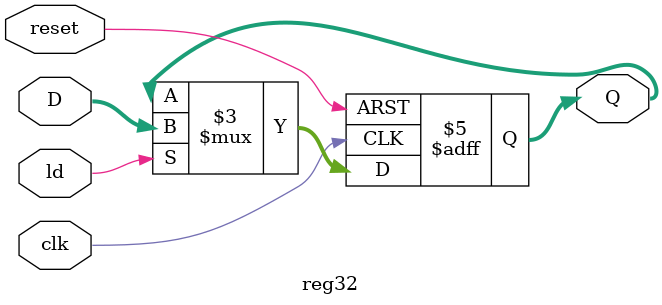
<source format=v>
`timescale 1ns / 1ps
/********************************************************************************
 *
 * Author:   Jesus Luciano
 * Filename: reg32.v
 * Date:     2/14/2019
 * Version:  1.0
 * 
 * Notes:    Structural implementation of a 32-bit register
 *           Output Q changes only on the rising edge of a clock and if the
 *           load input is asserted, otherwise it stays the same
 *
 *******************************************************************************/
module reg32(clk, reset, ld, D, Q);
    input             clk, reset, ld;
    input      [31:0] D;
    
    output reg [31:0] Q;
    
    always @(posedge clk, posedge reset)
        if(reset)
            Q <= 32'h0;
        else
            //output changes only is ld is asserted
            if(ld)
                Q <= D;
            else
                Q <= Q;
    
endmodule

</source>
